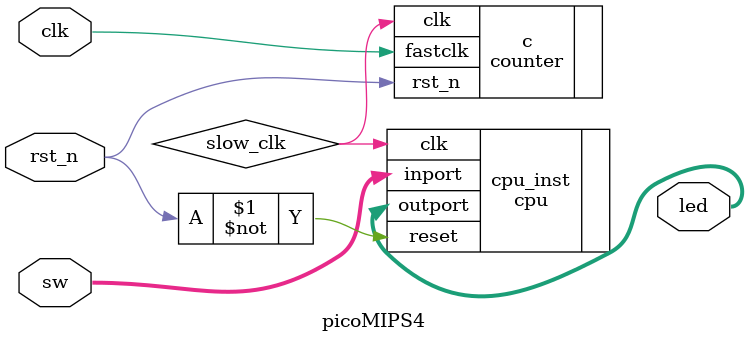
<source format=sv>
module picoMIPS4(
  input logic clk,  // 50MHz Altera DE1 clock
  input logic [8:0] sw, // Switches SW0..SW9
  output logic [7:0] led,
  input rst_n); // key0
  
  logic slow_clk; // slow clock, about 10Hz
  
  counter c (.fastclk(clk),.clk(slow_clk), .rst_n(rst_n)); // slow clk from counter
  

  // to obtain the cost figure, synthesise your design without the counter 
  // and the picoMIPS4test module using Cyclone IV E as target
  // and make a note of the synthesis statistics
  cpu cpu_inst (.clk(slow_clk), .reset(~rst_n), .inport(sw[8:0]), .outport(led));
  
endmodule  
</source>
